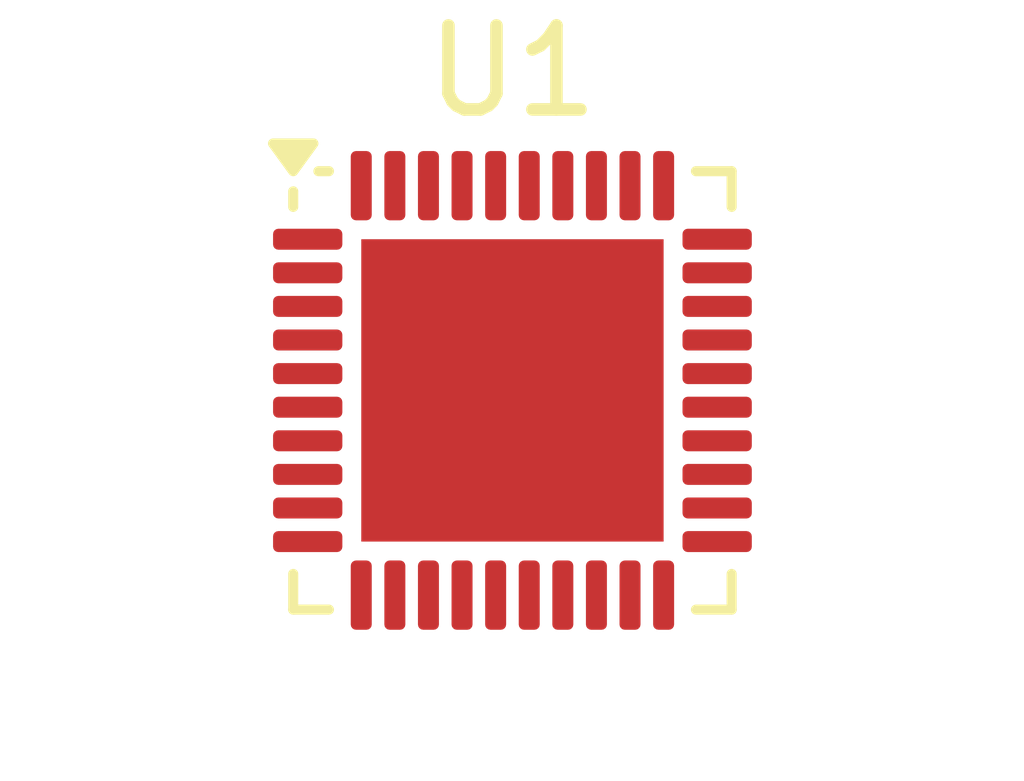
<source format=kicad_pcb>
(kicad_pcb (version 20241229) (generator "pcbnew") (generator_version "9.0")
  (layers (0 "F.Cu" signal) (2 "B.Cu" signal) (13 "F.Paste" user) (15 "B.Paste" user) (5 "F.SilkS" user "F.Silkscreen") (7 "B.SilkS" user "B.Silkscreen") (1 "F.Mask" user) (3 "B.Mask" user) (25 "Edge.Cuts" user))
  (net 0 "")
  (net 1 "Net-(U1-XL2{slash}P0.01)")
  (net 2 "NFC1")
  (net 12 "VDD_nRF")
  (net 15 "Net-(U1-VSS-Pad37)")
  (net 18 "Net-(U1-DEC1)")
  (net 21 "Net-(U1-DECUSB)")
  (net 24 "NFC2")
  (net 29 "Net-(U1-VBUS)")
  (net 36 "Net-(U1-XL1{slash}P0.00)")
  (footprint "Package_DFN_QFN:QFN-40-1EP_5x5mm_P0.4mm_EP3.6x3.6mm" (layer "F.Cu") (at 127.0625 83.7)
    (property "Reference" "U1" (at 0 -3.8 0) (layer "F.SilkS"))
    (property "Value" "nRF52833_QDxx")
    (fp_line (start -2.61 -2.185) (end -2.61 -2.37) (stroke (width 0.12)) (layer "F.SilkS"))
    (fp_line (start -2.61 2.61) (end -2.61 2.185) (stroke (width 0.12)) (layer "F.SilkS"))
    (fp_line (start -2.185 -2.61) (end -2.31 -2.61) (stroke (width 0.12)) (layer "F.SilkS"))
    (fp_line (start -2.185 2.61) (end -2.61 2.61) (stroke (width 0.12)) (layer "F.SilkS"))
    (fp_line (start 2.185 -2.61) (end 2.61 -2.61) (stroke (width 0.12)) (layer "F.SilkS"))
    (fp_line (start 2.185 2.61) (end 2.61 2.61) (stroke (width 0.12)) (layer "F.SilkS"))
    (fp_line (start 2.61 -2.61) (end 2.61 -2.185) (stroke (width 0.12)) (layer "F.SilkS"))
    (fp_line (start 2.61 2.61) (end 2.61 2.185) (stroke (width 0.12)) (layer "F.SilkS"))
    (fp_poly (pts (xy -2.61 -2.61) (xy -2.85 -2.94) (xy -2.37 -2.94) (xy -2.61 -2.61)) (stroke (width 0.12)) (fill yes) (layer "F.SilkS"))
    (pad "1" smd roundrect (at -2.4375 -1.8) (size 0.825 0.25) (layers "F.Cu" "F.Mask" "F.Paste") (net 18 "Net-(U1-DEC1)"))
    (pad "2" smd roundrect (at -2.4375 -1.4) (size 0.825 0.25) (layers "F.Cu" "F.Mask" "F.Paste") (net 36 "Net-(U1-XL1{slash}P0.00)"))
    (pad "3" smd roundrect (at -2.4375 -1) (size 0.825 0.25) (layers "F.Cu" "F.Mask" "F.Paste") (net 1 "Net-(U1-XL2{slash}P0.01)"))
    (pad "4" smd roundrect (at -2.4375 -0.6) (size 0.825 0.25) (layers "F.Cu" "F.Mask" "F.Paste"))
    (pad "5" smd roundrect (at -2.4375 -0.2) (size 0.825 0.25) (layers "F.Cu" "F.Mask" "F.Paste"))
    (pad "6" smd roundrect (at -2.4375 0.2) (size 0.825 0.25) (layers "F.Cu" "F.Mask" "F.Paste"))
    (pad "7" smd roundrect (at -2.4375 0.6) (size 0.825 0.25) (layers "F.Cu" "F.Mask" "F.Paste"))
    (pad "8" smd roundrect (at -2.4375 1) (size 0.825 0.25) (layers "F.Cu" "F.Mask" "F.Paste") (net 12 "VDD_nRF"))
    (pad "9" smd roundrect (at -2.4375 1.4) (size 0.825 0.25) (layers "F.Cu" "F.Mask" "F.Paste") (net 29 "Net-(U1-VBUS)"))
    (pad "10" smd roundrect (at -2.4375 1.8) (size 0.825 0.25) (layers "F.Cu" "F.Mask" "F.Paste") (net 29 "Net-(U1-VBUS)"))
    (pad "11" smd roundrect (at -1.8 2.4375) (size 0.25 0.825) (layers "F.Cu" "F.Mask" "F.Paste") (net 21 "Net-(U1-DECUSB)"))
    (pad "12" smd roundrect (at -1.4 2.4375) (size 0.25 0.825) (layers "F.Cu" "F.Mask" "F.Paste"))
    (pad "13" smd roundrect (at -1 2.4375) (size 0.25 0.825) (layers "F.Cu" "F.Mask" "F.Paste"))
    (pad "14" smd roundrect (at -0.6 2.4375) (size 0.25 0.825) (layers "F.Cu" "F.Mask" "F.Paste"))
    (pad "15" smd roundrect (at -0.2 2.4375) (size 0.25 0.825) (layers "F.Cu" "F.Mask" "F.Paste"))
    (pad "16" smd roundrect (at 0.2 2.4375) (size 0.25 0.825) (layers "F.Cu" "F.Mask" "F.Paste"))
    (pad "17" smd roundrect (at 0.6 2.4375) (size 0.25 0.825) (layers "F.Cu" "F.Mask" "F.Paste"))
    (pad "18" smd roundrect (at 1 2.4375) (size 0.25 0.825) (layers "F.Cu" "F.Mask" "F.Paste") (net 12 "VDD_nRF"))
    (pad "19" smd roundrect (at 1.4 2.4375) (size 0.25 0.825) (layers "F.Cu" "F.Mask" "F.Paste"))
    (pad "20" smd roundrect (at 1.8 2.4375) (size 0.25 0.825) (layers "F.Cu" "F.Mask" "F.Paste"))
    (pad "21" smd roundrect (at 2.4375 1.8) (size 0.825 0.25) (layers "F.Cu" "F.Mask" "F.Paste"))
    (pad "22" smd roundrect (at 2.4375 1.4) (size 0.825 0.25) (layers "F.Cu" "F.Mask" "F.Paste") (net 2 "NFC1"))
    (pad "23" smd roundrect (at 2.4375 1) (size 0.825 0.25) (layers "F.Cu" "F.Mask" "F.Paste") (net 24 "NFC2"))
    (pad "24" smd roundrect (at 2.4375 0.6) (size 0.825 0.25) (layers "F.Cu" "F.Mask" "F.Paste"))
    (pad "25" smd roundrect (at 2.4375 0.2) (size 0.825 0.25) (layers "F.Cu" "F.Mask" "F.Paste"))
    (pad "26" smd roundrect (at 2.4375 -0.2) (size 0.825 0.25) (layers "F.Cu" "F.Mask" "F.Paste"))
    (pad "27" smd roundrect (at 2.4375 -0.6) (size 0.825 0.25) (layers "F.Cu" "F.Mask" "F.Paste"))
    (pad "28" smd roundrect (at 2.4375 -1) (size 0.825 0.25) (layers "F.Cu" "F.Mask" "F.Paste"))
    (pad "29" smd roundrect (at 2.4375 -1.4) (size 0.825 0.25) (layers "F.Cu" "F.Mask" "F.Paste"))
    (pad "30" smd roundrect (at 2.4375 -1.8) (size 0.825 0.25) (layers "F.Cu" "F.Mask" "F.Paste") (net 12 "VDD_nRF"))
    (pad "31" smd roundrect (at 1.8 -2.4375) (size 0.25 0.825) (layers "F.Cu" "F.Mask" "F.Paste"))
    (pad "32" smd roundrect (at 1.4 -2.4375) (size 0.25 0.825) (layers "F.Cu" "F.Mask" "F.Paste"))
    (pad "33" smd roundrect (at 1 -2.4375) (size 0.25 0.825) (layers "F.Cu" "F.Mask" "F.Paste"))
    (pad "34" smd roundrect (at 0.6 -2.4375) (size 0.25 0.825) (layers "F.Cu" "F.Mask" "F.Paste"))
    (pad "35" smd roundrect (at 0.2 -2.4375) (size 0.25 0.825) (layers "F.Cu" "F.Mask" "F.Paste"))
    (pad "36" smd roundrect (at -0.2 -2.4375) (size 0.25 0.825) (layers "F.Cu" "F.Mask" "F.Paste"))
    (pad "37" smd roundrect (at -0.6 -2.4375) (size 0.25 0.825) (layers "F.Cu" "F.Mask" "F.Paste") (net 15 "Net-(U1-VSS-Pad37)"))
    (pad "38" smd roundrect (at -1 -2.4375) (size 0.25 0.825) (layers "F.Cu" "F.Mask" "F.Paste"))
    (pad "39" smd roundrect (at -1.4 -2.4375) (size 0.25 0.825) (layers "F.Cu" "F.Mask" "F.Paste"))
    (pad "40" smd roundrect (at -1.8 -2.4375) (size 0.25 0.825) (layers "F.Cu" "F.Mask" "F.Paste") (net 12 "VDD_nRF"))
    (pad "41" smd rect (at 0 0) (size 3.6 3.6) (property pad_prop_heatsink) (layers "F.Cu" "F.Mask") (net 15 "Net-(U1-VSS-Pad37)"))
  )
)
</source>
